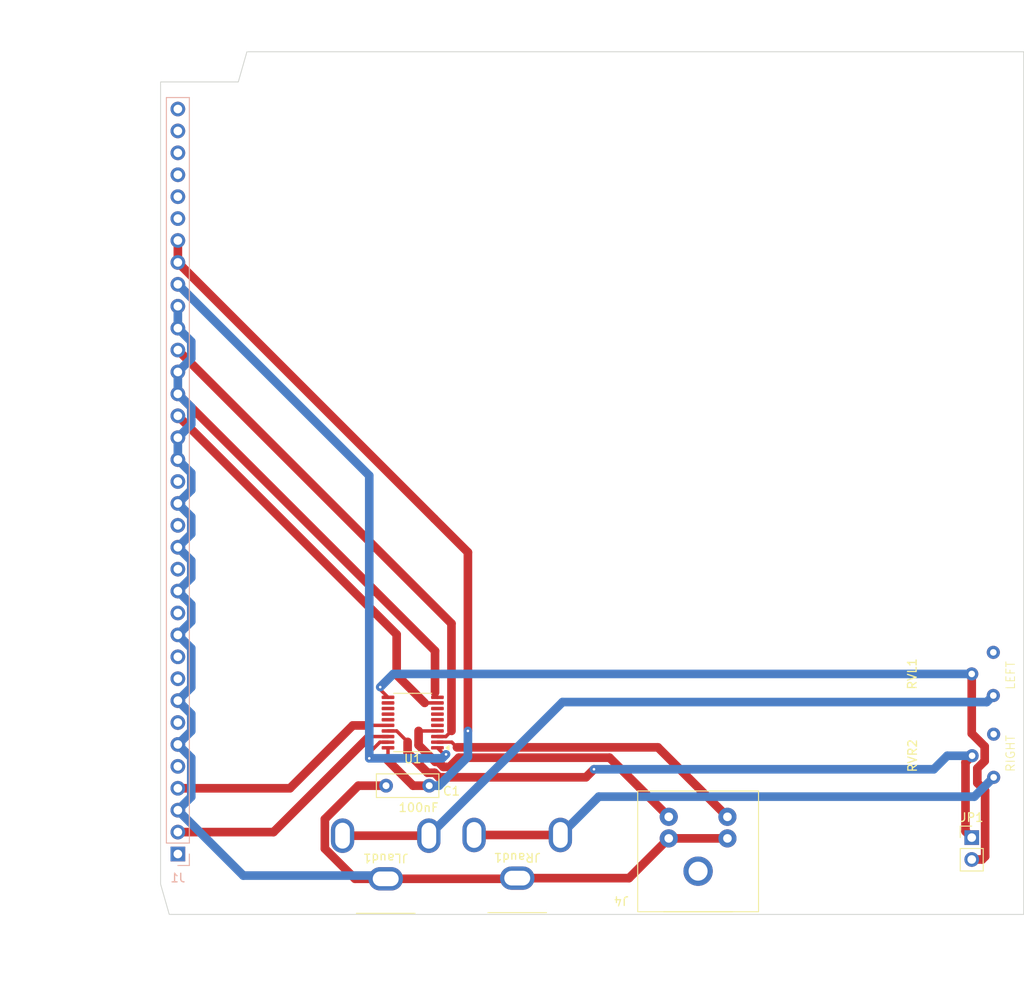
<source format=kicad_pcb>
(kicad_pcb (version 20240108) (generator "pcbnew") (generator_version "8.0")
  (layers (0 "F.Cu" signal) (31 "B.Cu" signal) (34 "B.Paste" user) (35 "F.Paste" user) (36 "B.SilkS" user "B.Silkscreen") (37 "F.SilkS" user "F.Silkscreen") (38 "B.Mask" user) (39 "F.Mask" user) (44 "Edge.Cuts" user))
  (net 0 "")
  (net 1 "/V_V")
  (net 2 "GND")
  (net 4 "/CV_Y")
  (net 7 "/V_G")
  (net 9 "/SV_Y")
  (net 11 "+5V")
  (net 12 "/R_AUD")
  (net 13 "/ACTIVE")
  (net 15 "/CV_Pr")
  (net 16 "/L_AUD")
  (net 18 "/V_B")
  (net 19 "/SV_L")
  (net 20 "/V_R")
  (net 21 "/V_H")
  (net 22 "/Comp")
  (net 24 "/CV_Pb")
  (net 25 "Net-(U1-1A1)")
  (net 26 "Net-(JP1-B)")
  (net 27 "Net-(JP1-A)")
  (net 29 "Net-(U1-1A2)")
  (net 31 "Net-(JLaud1-In)")
  (net 38 "Net-(JRaud1-In)")
  (footprint "Connector_PinHeader_2.54mm:PinHeader_1x02_P2.54mm_Vertical" (layer "F.Cu") (at 199.98 138.095)
    (property "Reference" "JP1" (at 0 -2.33 0) (layer "F.SilkS"))
    (property "Value" "Jumper_2_Open")
    (fp_line (start -1.33 -1.33) (end 0 -1.33) (stroke (width 0.12)) (layer "F.SilkS"))
    (fp_line (start -1.33 0) (end -1.33 -1.33) (stroke (width 0.12)) (layer "F.SilkS"))
    (fp_line (start -1.33 1.27) (end -1.33 3.87) (stroke (width 0.12)) (layer "F.SilkS"))
    (fp_line (start -1.33 1.27) (end 1.33 1.27) (stroke (width 0.12)) (layer "F.SilkS"))
    (fp_line (start -1.33 3.87) (end 1.33 3.87) (stroke (width 0.12)) (layer "F.SilkS"))
    (fp_line (start 1.33 1.27) (end 1.33 3.87) (stroke (width 0.12)) (layer "F.SilkS"))
    (pad "1" thru_hole rect (at 0 0) (size 1.7 1.7) (drill 1) (layers "*.Cu" "*.Mask") (net 27 "Net-(JP1-A)"))
    (pad "2" thru_hole oval (at 0 2.54) (size 1.7 1.7) (drill 1) (layers "*.Cu" "*.Mask") (net 26 "Net-(JP1-B)"))
  )
  (footprint "CheshBits:RCA Single (Altronics)" (layer "F.Cu") (at 132.08 137.875 180)
    (property "Reference" "JLaud1" (at 0 -2.6 180) (layer "F.SilkS"))
    (property "Value" "Conn_Coaxial")
    (fp_line (start -3.4 -9) (end 3.4 -9) (stroke (width 0.12)) (layer "F.SilkS"))
    (pad "1" thru_hole oval (at -5 0 270) (size 4 2.7) (drill oval 3 1.7) (layers "*.Cu" "*.Mask") (net 31 "Net-(JLaud1-In)"))
    (pad "1" thru_hole oval (at 5 0 270) (size 4 2.7) (drill oval 3 1.7) (layers "*.Cu" "*.Mask") (net 31 "Net-(JLaud1-In)"))
    (pad "2" thru_hole oval (at 0 -5 180) (size 4 2.7) (drill oval 3 1.7) (layers "*.Cu" "*.Mask") (net 2 "GND"))
  )
  (footprint "CheshBits:RCA Single (Altronics)" (layer "F.Cu") (at 147.32 137.795 180)
    (property "Reference" "JRaud1" (at 0 -2.6 180) (layer "F.SilkS"))
    (property "Value" "Conn_Coaxial")
    (fp_line (start -3.4 -9) (end 3.4 -9) (stroke (width 0.12)) (layer "F.SilkS"))
    (pad "1" thru_hole oval (at -5 0 270) (size 4 2.7) (drill oval 3 1.7) (layers "*.Cu" "*.Mask") (net 38 "Net-(JRaud1-In)"))
    (pad "1" thru_hole oval (at 5 0 270) (size 4 2.7) (drill oval 3 1.7) (layers "*.Cu" "*.Mask") (net 38 "Net-(JRaud1-In)"))
    (pad "2" thru_hole oval (at 0 -5 180) (size 4 2.7) (drill oval 3 1.7) (layers "*.Cu" "*.Mask") (net 2 "GND"))
  )
  (footprint "CheshBits:TrimPot Vertical (Altronics)" (layer "F.Cu") (at 193.62 128.61 90)
    (property "Reference" "RVR2" (at 0 -0.5 90) (layer "F.SilkS"))
    (property "Value" "10k")
    (pad "1" thru_hole circle (at -2.5 8.9 90) (size 1.524 1.524) (drill 0.762) (layers "*.Cu" "*.Mask") (net 38 "Net-(JRaud1-In)"))
    (pad "2" thru_hole circle (at 0 6.4 90) (size 1.524 1.524) (drill 0.762) (layers "*.Cu" "*.Mask") (net 27 "Net-(JP1-A)"))
    (pad "3" thru_hole circle (at 2.5 8.9 90) (size 1.524 1.524) (drill 0.762) (layers "*.Cu" "*.Mask"))
  )
  (footprint "Capacitor_THT:C_Disc_D7.0mm_W2.5mm_P5.00mm" (layer "F.Cu") (at 137.12 132.08 180)
    (property "Reference" "C1" (at -2.58 -0.635 0) (layer "F.SilkS"))
    (property "Value" "100nF" (at 1.23 -2.54 0) (layer "F.SilkS"))
    (fp_line (start 6.12 -1.37) (end 6.12 1.37) (stroke (width 0.12)) (layer "F.SilkS"))
    (fp_line (start -1.12 1.37) (end 6.12 1.37) (stroke (width 0.12)) (layer "F.SilkS"))
    (fp_line (start -1.12 -1.37) (end 6.12 -1.37) (stroke (width 0.12)) (layer "F.SilkS"))
    (fp_line (start -1.12 -1.37) (end -1.12 1.37) (stroke (width 0.12)) (layer "F.SilkS"))
    (pad "1" thru_hole circle (at 0 0 180) (size 1.6 1.6) (drill 0.8) (layers "*.Cu" "*.Mask") (net 11 "+5V"))
    (pad "2" thru_hole circle (at 5 0 180) (size 1.6 1.6) (drill 0.8) (layers "*.Cu" "*.Mask") (net 2 "GND"))
  )
  (footprint "Package_SO:TSSOP-20_4.4x6.5mm_P0.65mm" (layer "F.Cu") (at 135.21 124.76 180)
    (property "Reference" "U1" (at 0 -4.2 360) (layer "F.SilkS"))
    (property "Value" "SN74CBT3244PW")
    (fp_line (start 0 3.385) (end 2.2 3.385) (stroke (width 0.12)) (layer "F.SilkS"))
    (fp_line (start 0 3.385) (end -2.2 3.385) (stroke (width 0.12)) (layer "F.SilkS"))
    (fp_line (start 0 -3.385) (end 2.2 -3.385) (stroke (width 0.12)) (layer "F.SilkS"))
    (fp_line (start 0 -3.385) (end -2.2 -3.385) (stroke (width 0.12)) (layer "F.SilkS"))
    (fp_poly (pts (xy -3.86 -2.925) (xy -4.19 -3.165) (xy -4.19 -2.685) (xy -3.86 -2.925)) (stroke (width 0.12)) (fill solid) (layer "F.SilkS"))
    (pad "1" smd roundrect (at -2.8625 -2.925 180) (size 1.475 0.4) (layers "F.Cu" "F.Paste" "F.Mask") (net 13 "/ACTIVE"))
    (pad "2" smd roundrect (at -2.8625 -2.275 180) (size 1.475 0.4) (layers "F.Cu" "F.Paste" "F.Mask") (net 25 "Net-(U1-1A1)"))
    (pad "3" smd roundrect (at -2.8625 -1.625 180) (size 1.475 0.4) (layers "F.Cu" "F.Paste" "F.Mask") (net 12 "/R_AUD"))
    (pad "4" smd roundrect (at -2.8625 -0.975 180) (size 1.475 0.4) (layers "F.Cu" "F.Paste" "F.Mask") (net 29 "Net-(U1-1A2)"))
    (pad "5" smd roundrect (at -2.8625 -0.325 180) (size 1.475 0.4) (layers "F.Cu" "F.Paste" "F.Mask"))
    (pad "6" smd roundrect (at -2.8625 0.325 180) (size 1.475 0.4) (layers "F.Cu" "F.Paste" "F.Mask"))
    (pad "7" smd roundrect (at -2.8625 0.975 180) (size 1.475 0.4) (layers "F.Cu" "F.Paste" "F.Mask"))
    (pad "8" smd roundrect (at -2.8625 1.625 180) (size 1.475 0.4) (layers "F.Cu" "F.Paste" "F.Mask"))
    (pad "9" smd roundrect (at -2.8625 2.275 180) (size 1.475 0.4) (layers "F.Cu" "F.Paste" "F.Mask") (net 16 "/L_AUD"))
    (pad "10" smd roundrect (at -2.8625 2.925 180) (size 1.475 0.4) (layers "F.Cu" "F.Paste" "F.Mask") (net 2 "GND"))
    (pad "11" smd roundrect (at 2.8625 2.925 180) (size 1.475 0.4) (layers "F.Cu" "F.Paste" "F.Mask") (net 26 "Net-(JP1-B)"))
    (pad "12" smd roundrect (at 2.8625 2.275 180) (size 1.475 0.4) (layers "F.Cu" "F.Paste" "F.Mask"))
    (pad "13" smd roundrect (at 2.8625 1.625 180) (size 1.475 0.4) (layers "F.Cu" "F.Paste" "F.Mask"))
    (pad "14" smd roundrect (at 2.8625 0.975 180) (size 1.475 0.4) (layers "F.Cu" "F.Paste" "F.Mask"))
    (pad "15" smd roundrect (at 2.8625 0.325 180) (size 1.475 0.4) (layers "F.Cu" "F.Paste" "F.Mask"))
    (pad "16" smd roundrect (at 2.8625 -0.325 180) (size 1.475 0.4) (layers "F.Cu" "F.Paste" "F.Mask") (net 19 "/SV_L"))
    (pad "17" smd roundrect (at 2.8625 -0.975 180) (size 1.475 0.4) (layers "F.Cu" "F.Paste" "F.Mask") (net 27 "Net-(JP1-A)"))
    (pad "18" smd roundrect (at 2.8625 -1.625 180) (size 1.475 0.4) (layers "F.Cu" "F.Paste" "F.Mask") (net 9 "/SV_Y"))
    (pad "19" smd roundrect (at 2.8625 -2.275 180) (size 1.475 0.4) (layers "F.Cu" "F.Paste" "F.Mask") (net 13 "/ACTIVE"))
    (pad "20" smd roundrect (at 2.8625 -2.925 180) (size 1.475 0.4) (layers "F.Cu" "F.Paste" "F.Mask") (net 11 "+5V"))
  )
  (footprint "CheshBits:TrimPot Vertical (Altronics)" (layer "F.Cu") (at 193.58 119.125 90)
    (property "Reference" "RVL1" (at 0 -0.5 90) (layer "F.SilkS"))
    (property "Value" "10k")
    (pad "1" thru_hole circle (at -2.5 8.9 90) (size 1.524 1.524) (drill 0.762) (layers "*.Cu" "*.Mask") (net 31 "Net-(JLaud1-In)"))
    (pad "2" thru_hole circle (at 0 6.4 90) (size 1.524 1.524) (drill 0.762) (layers "*.Cu" "*.Mask") (net 26 "Net-(JP1-B)"))
    (pad "3" thru_hole circle (at 2.5 8.9 90) (size 1.524 1.524) (drill 0.762) (layers "*.Cu" "*.Mask"))
  )
  (footprint "CheshBits:Mini DIN 4 (Altronics)" (layer "F.Cu") (at 168.275 148.59 180)
    (property "Reference" "J4" (at 8.89 3.175 180) (layer "F.SilkS"))
    (property "Value" "Mini-DIN-4")
    (fp_line (start -4 1.9) (end 4 1.9) (stroke (width 0.12)) (layer "F.SilkS"))
    (fp_rect (start -7 1.9) (end 7 15.9) (stroke (width 0.12)) (fill none) (layer "F.SilkS"))
    (pad "" thru_hole oval (at 0 6.6 270) (size 3.4 3.4) (drill oval 2.2) (layers "*.Cu" "*.Mask"))
    (pad "1" thru_hole oval (at -3.4 10.4 270) (size 2.1 2.1) (drill oval 1) (layers "*.Cu" "*.Mask") (net 2 "GND"))
    (pad "2" thru_hole oval (at 3.4 10.4 270) (size 2.1 2.1) (drill oval 1) (layers "*.Cu" "*.Mask") (net 2 "GND"))
    (pad "3" thru_hole oval (at -3.4 12.9 270) (size 2.1 2.1) (drill oval 1) (layers "*.Cu" "*.Mask") (net 25 "Net-(U1-1A1)"))
    (pad "4" thru_hole oval (at 3.4 12.9 270) (size 2.1 2.1) (drill oval 1) (layers "*.Cu" "*.Mask") (net 29 "Net-(U1-1A2)"))
  )
  (footprint "Connector_PinSocket_2.54mm:PinSocket_1x35_P2.54mm_Vertical" (layer "B.Cu") (at 108 140)
    (property "Reference" "J1" (at 0 2.77 0) (layer "B.SilkS") (effects (justify mirror)))
    (property "Value" "Conn_01x35_Pin")
    (fp_line (start -1.33 -87.69) (end -1.33 -1.27) (stroke (width 0.12)) (layer "B.SilkS"))
    (fp_line (start 1.33 -87.69) (end -1.33 -87.69) (stroke (width 0.12)) (layer "B.SilkS"))
    (fp_line (start 1.33 -87.69) (end 1.33 -1.27) (stroke (width 0.12)) (layer "B.SilkS"))
    (fp_line (start 1.33 -1.27) (end -1.33 -1.27) (stroke (width 0.12)) (layer "B.SilkS"))
    (fp_line (start 1.33 0) (end 1.33 1.33) (stroke (width 0.12)) (layer "B.SilkS"))
    (fp_line (start 1.33 1.33) (end 0 1.33) (stroke (width 0.12)) (layer "B.SilkS"))
    (pad "1" thru_hole rect (at 0 0) (size 1.7 1.7) (drill 1) (layers "*.Cu" "*.Mask") (net 22 "/Comp"))
    (pad "2" thru_hole oval (at 0 -2.54) (size 1.7 1.7) (drill 1) (layers "*.Cu" "*.Mask") (net 9 "/SV_Y"))
    (pad "3" thru_hole oval (at 0 -5.08) (size 1.7 1.7) (drill 1) (layers "*.Cu" "*.Mask") (net 2 "GND"))
    (pad "4" thru_hole oval (at 0 -7.62) (size 1.7 1.7) (drill 1) (layers "*.Cu" "*.Mask") (net 19 "/SV_L"))
    (pad "5" thru_hole oval (at 0 -10.16) (size 1.7 1.7) (drill 1) (layers "*.Cu" "*.Mask") (net 4 "/CV_Y"))
    (pad "6" thru_hole oval (at 0 -12.7) (size 1.7 1.7) (drill 1) (layers "*.Cu" "*.Mask") (net 2 "GND"))
    (pad "7" thru_hole oval (at 0 -15.24) (size 1.7 1.7) (drill 1) (layers "*.Cu" "*.Mask") (net 24 "/CV_Pb"))
    (pad "8" thru_hole oval (at 0 -17.78) (size 1.7 1.7) (drill 1) (layers "*.Cu" "*.Mask") (net 2 "GND"))
    (pad "9" thru_hole oval (at 0 -20.32) (size 1.7 1.7) (drill 1) (layers "*.Cu" "*.Mask") (net 15 "/CV_Pr"))
    (pad "10" thru_hole oval (at 0 -22.86) (size 1.7 1.7) (drill 1) (layers "*.Cu" "*.Mask") (net 20 "/V_R"))
    (pad "11" thru_hole oval (at 0 -25.4) (size 1.7 1.7) (drill 1) (layers "*.Cu" "*.Mask") (net 2 "GND"))
    (pad "12" thru_hole oval (at 0 -27.94) (size 1.7 1.7) (drill 1) (layers "*.Cu" "*.Mask") (net 7 "/V_G"))
    (pad "13" thru_hole oval (at 0 -30.48) (size 1.7 1.7) (drill 1) (layers "*.Cu" "*.Mask") (net 2 "GND"))
    (pad "14" thru_hole oval (at 0 -33.02) (size 1.7 1.7) (drill 1) (layers "*.Cu" "*.Mask") (net 18 "/V_B"))
    (pad "15" thru_hole oval (at 0 -35.56) (size 1.7 1.7) (drill 1) (layers "*.Cu" "*.Mask") (net 2 "GND"))
    (pad "16" thru_hole oval (at 0 -38.1) (size 1.7 1.7) (drill 1) (layers "*.Cu" "*.Mask") (net 21 "/V_H"))
    (pad "17" thru_hole oval (at 0 -40.64) (size 1.7 1.7) (drill 1) (layers "*.Cu" "*.Mask") (net 2 "GND"))
    (pad "18" thru_hole oval (at 0 -43.18) (size 1.7 1.7) (drill 1) (layers "*.Cu" "*.Mask") (net 1 "/V_V"))
    (pad "19" thru_hole oval (at 0 -45.72) (size 1.7 1.7) (drill 1) (layers "*.Cu" "*.Mask") (net 2 "GND"))
    (pad "20" thru_hole oval (at 0 -48.26) (size 1.7 1.7) (drill 1) (layers "*.Cu" "*.Mask") (net 2 "GND"))
    (pad "21" thru_hole oval (at 0 -50.8) (size 1.7 1.7) (drill 1) (layers "*.Cu" "*.Mask") (net 16 "/L_AUD"))
    (pad "22" thru_hole oval (at 0 -53.34) (size 1.7 1.7) (drill 1) (layers "*.Cu" "*.Mask") (net 2 "GND"))
    (pad "23" thru_hole oval (at 0 -55.88) (size 1.7 1.7) (drill 1) (layers "*.Cu" "*.Mask") (net 2 "GND"))
    (pad "24" thru_hole oval (at 0 -58.42) (size 1.7 1.7) (drill 1) (layers "*.Cu" "*.Mask") (net 12 "/R_AUD"))
    (pad "25" thru_hole oval (at 0 -60.96) (size 1.7 1.7) (drill 1) (layers "*.Cu" "*.Mask") (net 2 "GND"))
    (pad "26" thru_hole oval (at 0 -63.5) (size 1.7 1.7) (drill 1) (layers "*.Cu" "*.Mask") (net 2 "GND"))
    (pad "27" thru_hole oval (at 0 -66.04) (size 1.7 1.7) (drill 1) (layers "*.Cu" "*.Mask") (net 13 "/ACTIVE"))
    (pad "28" thru_hole oval (at 0 -68.58) (size 1.7 1.7) (drill 1) (layers "*.Cu" "*.Mask") (net 11 "+5V"))
    (pad "29" thru_hole oval (at 0 -71.12) (size 1.7 1.7) (drill 1) (layers "*.Cu" "*.Mask") (net 11 "+5V"))
    (pad "30" thru_hole oval (at 0 -73.66) (size 1.7 1.7) (drill 1) (layers "*.Cu" "*.Mask"))
    (pad "31" thru_hole oval (at 0 -76.2) (size 1.7 1.7) (drill 1) (layers "*.Cu" "*.Mask"))
    (pad "32" thru_hole oval (at 0 -78.74) (size 1.7 1.7) (drill 1) (layers "*.Cu" "*.Mask"))
    (pad "33" thru_hole oval (at 0 -81.28) (size 1.7 1.7) (drill 1) (layers "*.Cu" "*.Mask"))
    (pad "34" thru_hole oval (at 0 -83.82) (size 1.7 1.7) (drill 1) (layers "*.Cu" "*.Mask"))
    (pad "35" thru_hole oval (at 0 -86.36) (size 1.7 1.7) (drill 1) (layers "*.Cu" "*.Mask"))
  )
  (gr_poly (pts (xy 106 143.5) (xy 106 50.5) (xy 115 50.5) (xy 116 47) (xy 206 47) (xy 206 147) (xy 107 147)) (stroke (width 0.1)) (fill none) (layer "Edge.Cuts"))
  (gr_text "RIGHT\n" (at 205.06 130.555 90) (layer "F.SilkS") (effects (font (size 1 1) (thickness 0.1)) (justify left bottom)))
  (gr_text "LEFT\n" (at 205.06 121.03 90) (layer "F.SilkS") (effects (font (size 1 1) (thickness 0.1)) (justify left bottom)))
  (segment (start 147.24 142.875) (end 147.32 142.795) (width 1) (layer "F.Cu") (net 2))
  (segment (start 128.905 132.08) (end 132.12 132.08) (width 1) (layer "F.Cu") (net 2))
  (segment (start 137.795 121.5575) (end 138.0725 121.835) (width 0.4) (layer "F.Cu") (net 2))
  (segment (start 108 86.66) (end 137.795 116.455) (width 1) (layer "F.Cu") (net 2))
  (segment (start 125.03 135.955) (end 128.905 132.08) (width 1) (layer "F.Cu") (net 2))
  (segment (start 137.795 116.455) (end 137.795 121.285) (width 1) (layer "F.Cu") (net 2))
  (segment (start 128.530862 142.875) (end 125.03 139.374138) (width 1) (layer "F.Cu") (net 2))
  (segment (start 147.32 142.795) (end 160.27 142.795) (width 1) (layer "F.Cu") (net 2))
  (segment (start 160.27 142.795) (end 164.875 138.19) (width 1) (layer "F.Cu") (net 2))
  (segment (start 125.03 139.374138) (end 125.03 135.955) (width 1) (layer "F.Cu") (net 2))
  (segment (start 164.875 138.19) (end 171.675 138.19) (width 1) (layer "F.Cu") (net 2))
  (segment (start 132.08 142.875) (end 147.24 142.875) (width 1) (layer "F.Cu") (net 2))
  (segment (start 137.795 121.285) (end 137.795 121.5575) (width 0.4) (layer "F.Cu") (net 2))
  (segment (start 132.08 142.875) (end 128.530862 142.875) (width 1) (layer "F.Cu") (net 2))
  (segment (start 109.55 113.05) (end 108 114.6) (width 1) (layer "B.Cu") (net 2))
  (segment (start 132.08 142.875) (end 131.705 142.5) (width 1) (layer "B.Cu") (net 2))
  (segment (start 108 104.44) (end 109.55 105.99) (width 1) (layer "B.Cu") (net 2))
  (segment (start 109.55 95.83) (end 109.55 97.81) (width 1) (layer "B.Cu") (net 2))
  (segment (start 109.55 107.97) (end 108 109.52) (width 1) (layer "B.Cu") (net 2))
  (segment (start 108 91.74) (end 108 94.28) (width 1) (layer "B.Cu") (net 2))
  (segment (start 108 109.52) (end 109.55 111.07) (width 1) (layer "B.Cu") (net 2))
  (segment (start 109.55 88.21) (end 109.55 90.19) (width 1) (layer "B.Cu") (net 2))
  (segment (start 108 86.66) (end 109.55 88.21) (width 1) (layer "B.Cu") (net 2))
  (segment (start 108 114.6) (end 109.55 116.15) (width 1) (layer "B.Cu") (net 2))
  (segment (start 108 79.04) (end 109.55 80.59) (width 1) (layer "B.Cu") (net 2))
  (segment (start 109.55 123.77) (end 109.55 125.75) (width 1) (layer "B.Cu") (net 2))
  (segment (start 108 99.36) (end 109.55 100.91) (width 1) (layer "B.Cu") (net 2))
  (segment (start 109.55 90.19) (end 108 91.74) (width 1) (layer "B.Cu") (net 2))
  (segment (start 109.55 100.91) (end 109.55 102.89) (width 1) (layer "B.Cu") (net 2))
  (segment (start 109.55 120.67) (end 108 122.22) (width 1) (layer "B.Cu") (net 2))
  (segment (start 108 122.22) (end 109.55 123.77) (width 1) (layer "B.Cu") (net 2))
  (segment (start 109.55 80.59) (end 109.55 82.57) (width 1) (layer "B.Cu") (net 2))
  (segment (start 115.58 142.5) (end 108 134.92) (width 1) (layer "B.Cu") (net 2))
  (segment (start 109.55 111.07) (end 109.55 113.05) (width 1) (layer "B.Cu") (net 2))
  (segment (start 109.55 128.85) (end 109.55 133.37) (width 1) (layer "B.Cu") (net 2))
  (segment (start 109.55 125.75) (end 108 127.3) (width 1) (layer "B.Cu") (net 2))
  (segment (start 109.55 133.37) (end 108 134.92) (width 1) (layer "B.Cu") (net 2))
  (segment (start 108 76.5) (end 108 79.04) (width 1) (layer "B.Cu") (net 2))
  (segment (start 108 127.3) (end 109.55 128.85) (width 1) (layer "B.Cu") (net 2))
  (segment (start 109.55 105.99) (end 109.55 107.97) (width 1) (layer "B.Cu") (net 2))
  (segment (start 108 84.12) (end 108 86.66) (width 1) (layer "B.Cu") (net 2))
  (segment (start 131.705 142.5) (end 115.58 142.5) (width 1) (layer "B.Cu") (net 2))
  (segment (start 109.55 97.81) (end 108 99.36) (width 1) (layer "B.Cu") (net 2))
  (segment (start 109.55 102.89) (end 108 104.44) (width 1) (layer "B.Cu") (net 2))
  (segment (start 109.55 82.57) (end 108 84.12) (width 1) (layer "B.Cu") (net 2))
  (segment (start 108 94.28) (end 109.55 95.83) (width 1) (layer "B.Cu") (net 2))
  (segment (start 109.55 116.15) (end 109.55 120.67) (width 1) (layer "B.Cu") (net 2))
  (segment (start 130.195 126.385) (end 132.3475 126.385) (width 0.4) (layer "F.Cu") (net 9))
  (segment (start 130.175 126.365) (end 130.195 126.385) (width 0.4) (layer "F.Cu") (net 9))
  (segment (start 108 137.46) (end 119.08 137.46) (width 1) (layer "F.Cu") (net 9))
  (segment (start 119.08 137.46) (end 130.175 126.365) (width 1) (layer "F.Cu") (net 9))
  (segment (start 137.12 132.08) (end 135.255 132.08) (width 1) (layer "F.Cu") (net 11))
  (segment (start 132.3475 127.685) (end 132.3475 128.6375) (width 0.4) (layer "F.Cu") (net 11))
  (segment (start 135.255 132.08) (end 132.08 128.905) (width 1) (layer "F.Cu") (net 11))
  (segment (start 108 68.88) (end 108 71.42) (width 1) (layer "F.Cu") (net 11))
  (segment (start 141.605 105.025) (end 141.605 125.73) (width 1) (layer "F.Cu") (net 11))
  (segment (start 137.71 101.13) (end 141.605 105.025) (width 1) (layer "F.Cu") (net 11))
  (segment (start 108 71.42) (end 137.71 101.13) (width 1) (layer "F.Cu") (net 11))
  (segment (start 132.3475 128.6375) (end 132.08 128.905) (width 0.4) (layer "F.Cu") (net 11))
  (via (at 141.605 125.73) (size 0.5) (drill 0.3) (layers "F.Cu" "B.Cu") (net 11))
  (segment (start 141.605 125.73) (end 141.605 128.72637) (width 1) (layer "B.Cu") (net 11))
  (segment (start 138.25137 132.08) (end 137.12 132.08) (width 1) (layer "B.Cu") (net 11))
  (segment (start 141.605 128.72637) (end 138.25137 132.08) (width 1) (layer "B.Cu") (net 11))
  (segment (start 139.045 126.385) (end 138.0725 126.385) (width 0.4) (layer "F.Cu") (net 12))
  (segment (start 139.7 125.73) (end 139.7 113.28) (width 1) (layer "F.Cu") (net 12))
  (segment (start 139.045 126.385) (end 139.7 125.73) (width 0.4) (layer "F.Cu") (net 12))
  (segment (start 139.7 113.28) (end 108 81.58) (width 1) (layer "F.Cu") (net 12))
  (segment (start 139.072699 128.449152) (end 138.836652 128.449152) (width 0.4) (layer "F.Cu") (net 13))
  (segment (start 130.175 128.905) (end 130.175 128.27) (width 0.4) (layer "F.Cu") (net 13))
  (segment (start 131.41 127.035) (end 132.3475 127.035) (width 0.4) (layer "F.Cu") (net 13))
  (segment (start 130.175 128.27) (end 131.41 127.035) (width 0.4) (layer "F.Cu") (net 13))
  (segment (start 138.836652 128.449152) (end 138.0725 127.685) (width 0.4) (layer "F.Cu") (net 13))
  (via (at 130.175 128.905) (size 0.5) (drill 0.3) (layers "F.Cu" "B.Cu") (net 13))
  (via (at 139.072699 128.449152) (size 0.5) (drill 0.3) (layers "F.Cu" "B.Cu") (net 13))
  (segment (start 138.616851 128.905) (end 139.072699 128.449152) (width 1) (layer "B.Cu") (net 13))
  (segment (start 108 73.96) (end 130.175 96.135) (width 1) (layer "B.Cu") (net 13))
  (segment (start 130.175 96.135) (end 130.175 128.905) (width 1) (layer "B.Cu") (net 13))
  (segment (start 130.175 128.905) (end 138.616851 128.905) (width 1) (layer "B.Cu") (net 13))
  (segment (start 138.0725 122.485) (end 136.595 122.485) (width 0.4) (layer "F.Cu") (net 16))
  (segment (start 133.35 119.24) (end 133.35 114.55) (width 1) (layer "F.Cu") (net 16))
  (segment (start 136.595 122.485) (end 133.35 119.24) (width 1) (layer "F.Cu") (net 16))
  (segment (start 133.35 114.55) (end 108 89.2) (width 1) (layer "F.Cu") (net 16))
  (segment (start 130.185 125.085) (end 132.3475 125.085) (width 0.4) (layer "F.Cu") (net 19))
  (segment (start 128.27 125.095) (end 130.175 125.095) (width 1) (layer "F.Cu") (net 19))
  (segment (start 108 132.38) (end 120.985 132.38) (width 1) (layer "F.Cu") (net 19))
  (segment (start 120.985 132.38) (end 128.27 125.095) (width 1) (layer "F.Cu") (net 19))
  (segment (start 130.175 125.095) (end 130.185 125.085) (width 0.4) (layer "F.Cu") (net 19))
  (segment (start 140.335 127.635) (end 163.62 127.635) (width 1) (layer "F.Cu") (net 25))
  (segment (start 163.62 127.635) (end 171.675 135.69) (width 1) (layer "F.Cu") (net 25))
  (segment (start 139.735 127.035) (end 138.0725 127.035) (width 0.4) (layer "F.Cu") (net 25))
  (segment (start 140.335 127.635) (end 139.735 127.035) (width 0.4) (layer "F.Cu") (net 25))
  (segment (start 131.445 120.9325) (end 131.445 120.65) (width 0.4) (layer "F.Cu") (net 26))
  (segment (start 201.53 140.287081) (end 201.53 132.66) (width 1) (layer "F.Cu") (net 26))
  (segment (start 132.3475 121.835) (end 131.445 120.9325) (width 0.4) (layer "F.Cu") (net 26))
  (segment (start 200.625581 131.755581) (end 200.625581 130.072) (width 1) (layer "F.Cu") (net 26))
  (segment (start 199.98 126.03) (end 199.98 119.125) (width 1) (layer "F.Cu") (net 26))
  (segment (start 201.482 129.215581) (end 201.482 127.532) (width 1) (layer "F.Cu") (net 26))
  (segment (start 201.53 132.66) (end 200.625581 131.755581) (width 1) (layer "F.Cu") (net 26))
  (segment (start 201.482 127.532) (end 199.98 126.03) (width 1) (layer "F.Cu") (net 26))
  (segment (start 199.98 140.635) (end 201.182081 140.635) (width 1) (layer "F.Cu") (net 26))
  (segment (start 200.625581 130.072) (end 201.482 129.215581) (width 1) (layer "F.Cu") (net 26))
  (segment (start 201.182081 140.635) (end 201.53 140.287081) (width 1) (layer "F.Cu") (net 26))
  (via (at 131.445 120.65) (size 0.6) (drill 0.3) (layers "F.Cu" "B.Cu") (net 26))
  (segment (start 132.97 119.125) (end 199.98 119.125) (width 1) (layer "B.Cu") (net 26))
  (segment (start 131.445 120.65) (end 132.97 119.125) (width 1) (layer "B.Cu") (net 26))
  (segment (start 138.266321 131.105) (end 155.28 131.105) (width 1) (layer "F.Cu") (net 27))
  (segment (start 132.3475 125.735) (end 133.355 125.735) (width 0.4) (layer "F.Cu") (net 27))
  (segment (start 136.93 130.58) (end 137.741321 130.58) (width 1) (layer "F.Cu") (net 27))
  (segment (start 134.62 128.27) (end 136.93 130.58) (width 1) (layer "F.Cu") (net 27))
  (segment (start 137.741321 130.58) (end 138.266321 131.105) (width 1) (layer "F.Cu") (net 27))
  (segment (start 199.98 138.095) (end 199.258001 137.373001) (width 1) (layer "F.Cu") (net 27))
  (segment (start 199.258001 129.371999) (end 200.02 128.61) (width 1) (layer "F.Cu") (net 27))
  (segment (start 155.28 131.105) (end 156.21 130.175) (width 1) (layer "F.Cu") (net 27))
  (segment (start 133.355 125.735) (end 134.62 127) (width 0.4) (layer "F.Cu") (net 27))
  (segment (start 199.258001 137.373001) (end 199.258001 129.371999) (width 1) (layer "F.Cu") (net 27))
  (segment (start 134.62 127) (end 134.62 128.27) (width 1) (layer "F.Cu") (net 27))
  (via (at 156.21 130.175) (size 0.5) (drill 0.3) (layers "F.Cu" "B.Cu") (net 27))
  (segment (start 197.145 128.61) (end 200.02 128.61) (width 1) (layer "B.Cu") (net 27))
  (segment (start 156.21 130.175) (end 195.58 130.175) (width 1) (layer "B.Cu") (net 27))
  (segment (start 195.58 130.175) (end 197.145 128.61) (width 1) (layer "B.Cu") (net 27))
  (segment (start 139.479214 129.905) (end 138.763377 129.905) (width 1) (layer "F.Cu") (net 29))
  (segment (start 137.835072 129.319214) (end 135.89 127.374142) (width 1) (layer "F.Cu") (net 29))
  (segment (start 158.02 128.835) (end 140.549214 128.835) (width 1) (layer "F.Cu") (net 29))
  (segment (start 138.177591 129.319214) (end 137.835072 129.319214) (width 1) (layer "F.Cu") (net 29))
  (segment (start 140.549214 128.835) (end 139.479214 129.905) (width 1) (layer "F.Cu") (net 29))
  (segment (start 135.89 127.374142) (end 135.89 125.73) (width 1) (layer "F.Cu") (net 29))
  (segment (start 138.763377 129.905) (end 138.177591 129.319214) (width 1) (layer "F.Cu") (net 29))
  (segment (start 135.895 125.735) (end 138.0725 125.735) (width 0.4) (layer "F.Cu") (net 29))
  (segment (start 135.89 125.73) (end 135.895 125.735) (width 0.4) (layer "F.Cu") (net 29))
  (segment (start 164.875 135.69) (end 158.02 128.835) (width 1) (layer "F.Cu") (net 29))
  (segment (start 127.08 137.875) (end 137.08 137.875) (width 1) (layer "F.Cu") (net 31))
  (segment (start 152.568001 122.386999) (end 201.718001 122.386999) (width 1) (layer "B.Cu") (net 31))
  (segment (start 137.08 137.875) (end 152.568001 122.386999) (width 1) (layer "B.Cu") (net 31))
  (segment (start 201.718001 122.386999) (end 202.48 121.625) (width 1) (layer "B.Cu") (net 31))
  (segment (start 142.32 137.795) (end 152.32 137.795) (width 1) (layer "F.Cu") (net 38))
  (segment (start 152.32 137.795) (end 156.765 133.35) (width 1) (layer "B.Cu") (net 38))
  (segment (start 200.28 133.35) (end 202.52 131.11) (width 1) (layer "B.Cu") (net 38))
  (segment (start 156.765 133.35) (end 200.28 133.35) (width 1) (layer "B.Cu") (net 38))
)
</source>
